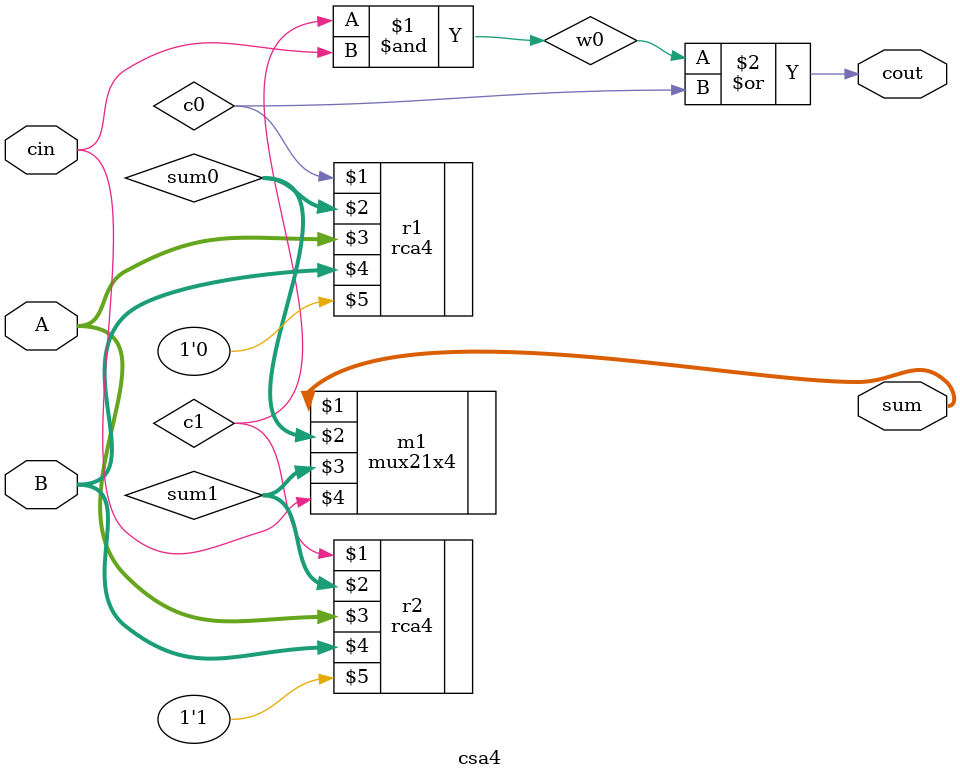
<source format=v>
module csa4 (cout, sum, A, B, cin);

    input [3:0] A, B;
    input cin;

    output [3:0] sum;
    output cout;

    wire [3:0] sum0, sum1;

    rca4 r1 (c0, sum0, A, B, 1'b0);
    rca4 r2 (c1, sum1, A, B, 1'b1);

    mux21x4 m1(sum, sum0, sum1, cin);

    and a1 (w0, c1, cin);
    or o1 (cout, w0, c0);

endmodule
</source>
